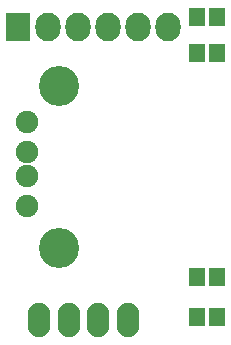
<source format=gbr>
G04 #@! TF.FileFunction,Soldermask,Top*
%FSLAX46Y46*%
G04 Gerber Fmt 4.6, Leading zero omitted, Abs format (unit mm)*
G04 Created by KiCad (PCBNEW 4.0.1-stable) date 2018/07/04 18:11:44*
%MOMM*%
G01*
G04 APERTURE LIST*
%ADD10C,0.100000*%
%ADD11R,1.400000X1.600000*%
%ADD12R,2.127200X2.432000*%
%ADD13O,2.127200X2.432000*%
%ADD14C,1.901140*%
%ADD15C,3.399740*%
%ADD16O,1.900000X2.900000*%
G04 APERTURE END LIST*
D10*
D11*
X154480000Y-92400000D03*
X152720000Y-92400000D03*
X154480000Y-95400000D03*
X152720000Y-95400000D03*
X152720000Y-114400000D03*
X154480000Y-114400000D03*
X154480000Y-117800000D03*
X152720000Y-117800000D03*
D12*
X137600000Y-93200000D03*
D13*
X140140000Y-93200000D03*
X142680000Y-93200000D03*
X145220000Y-93200000D03*
X147760000Y-93200000D03*
X150300000Y-93200000D03*
D14*
X138397880Y-101287140D03*
X138397880Y-103827140D03*
X138397880Y-105859140D03*
X138397880Y-108399140D03*
D15*
X141064880Y-98239140D03*
X141064880Y-111955140D03*
D16*
X139400000Y-118000000D03*
X141900000Y-118000000D03*
X144400000Y-118000000D03*
X146900000Y-118000000D03*
M02*

</source>
